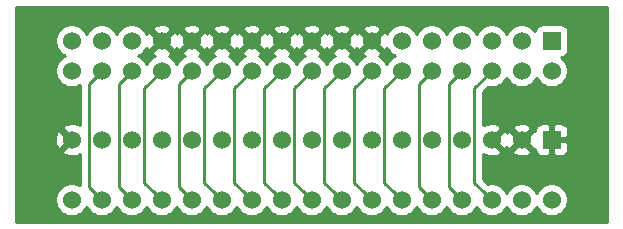
<source format=gbr>
G04 #@! TF.GenerationSoftware,KiCad,Pcbnew,(5.1.5-0-10_14)*
G04 #@! TF.CreationDate,2020-03-21T14:00:30+11:00*
G04 #@! TF.ProjectId,Internal 5.25 Adapter,496e7465-726e-4616-9c20-352e32352041,rev?*
G04 #@! TF.SameCoordinates,Original*
G04 #@! TF.FileFunction,Copper,L2,Bot*
G04 #@! TF.FilePolarity,Positive*
%FSLAX46Y46*%
G04 Gerber Fmt 4.6, Leading zero omitted, Abs format (unit mm)*
G04 Created by KiCad (PCBNEW (5.1.5-0-10_14)) date 2020-03-21 14:00:30*
%MOMM*%
%LPD*%
G04 APERTURE LIST*
%ADD10C,1.524000*%
%ADD11R,1.524000X1.524000*%
%ADD12C,0.250000*%
%ADD13C,0.254000*%
G04 APERTURE END LIST*
D10*
X57277000Y-44323000D03*
X59817000Y-44323000D03*
X62357000Y-44323000D03*
X64897000Y-44323000D03*
X67437000Y-44323000D03*
D11*
X92837000Y-44323000D03*
D10*
X90297000Y-44323000D03*
X87757000Y-44323000D03*
X85217000Y-44323000D03*
X82677000Y-44323000D03*
X80137000Y-44323000D03*
X77597000Y-44323000D03*
X75057000Y-44323000D03*
X72517000Y-44323000D03*
X69977000Y-44323000D03*
X57277000Y-49403000D03*
X59817000Y-49403000D03*
X62357000Y-49403000D03*
X64897000Y-49403000D03*
X67437000Y-49403000D03*
X69977000Y-49403000D03*
X72517000Y-49403000D03*
X75057000Y-49403000D03*
X77597000Y-49403000D03*
X80137000Y-49403000D03*
X82677000Y-49403000D03*
X85217000Y-49403000D03*
X87757000Y-49403000D03*
X90297000Y-49403000D03*
X92837000Y-49403000D03*
X54737000Y-44323000D03*
X54737000Y-49403000D03*
X52197000Y-49403000D03*
X52197000Y-44323000D03*
X52197000Y-38481000D03*
X52197000Y-35941000D03*
X54737000Y-38481000D03*
X54737000Y-35941000D03*
X57277000Y-38481000D03*
X57277000Y-35941000D03*
X59817000Y-38481000D03*
X59817000Y-35941000D03*
X64897000Y-38481000D03*
X64897000Y-35941000D03*
X67437000Y-38481000D03*
X67437000Y-35941000D03*
D11*
X92837000Y-35941000D03*
D10*
X90297000Y-35941000D03*
X87757000Y-35941000D03*
X85217000Y-35941000D03*
X82677000Y-35941000D03*
X80137000Y-35941000D03*
X77597000Y-35941000D03*
X75057000Y-35941000D03*
X72517000Y-35941000D03*
X69977000Y-35941000D03*
X69977000Y-38481000D03*
X72517000Y-38481000D03*
X75057000Y-38481000D03*
X77597000Y-38481000D03*
X80137000Y-38481000D03*
X82677000Y-38481000D03*
X85217000Y-38481000D03*
X87757000Y-38481000D03*
X90297000Y-38481000D03*
X92837000Y-38481000D03*
X62357000Y-35941000D03*
X62357000Y-38481000D03*
D12*
X53975001Y-48641001D02*
X54737000Y-49403000D01*
X53649999Y-48315999D02*
X53975001Y-48641001D01*
X53649999Y-39568001D02*
X53649999Y-48315999D01*
X54737000Y-38481000D02*
X53649999Y-39568001D01*
X56189999Y-48315999D02*
X56515001Y-48641001D01*
X56515001Y-48641001D02*
X57277000Y-49403000D01*
X56189999Y-39568001D02*
X56189999Y-48315999D01*
X57277000Y-38481000D02*
X56189999Y-39568001D01*
X58364001Y-47950001D02*
X59055001Y-48641001D01*
X58364001Y-39933999D02*
X58364001Y-47950001D01*
X59055001Y-48641001D02*
X59817000Y-49403000D01*
X59817000Y-38481000D02*
X58364001Y-39933999D01*
X61269999Y-48315999D02*
X61595001Y-48641001D01*
X61595001Y-48641001D02*
X62357000Y-49403000D01*
X61269999Y-39568001D02*
X61269999Y-48315999D01*
X62357000Y-38481000D02*
X61269999Y-39568001D01*
X64135001Y-48641001D02*
X64897000Y-49403000D01*
X63444001Y-47950001D02*
X64135001Y-48641001D01*
X63444001Y-39933999D02*
X63444001Y-47950001D01*
X64897000Y-38481000D02*
X63444001Y-39933999D01*
X66675001Y-48641001D02*
X67437000Y-49403000D01*
X65984001Y-47950001D02*
X66675001Y-48641001D01*
X65984001Y-39933999D02*
X65984001Y-47950001D01*
X67437000Y-38481000D02*
X65984001Y-39933999D01*
X68524001Y-47950001D02*
X69215001Y-48641001D01*
X68524001Y-39933999D02*
X68524001Y-47950001D01*
X69215001Y-48641001D02*
X69977000Y-49403000D01*
X69977000Y-38481000D02*
X68524001Y-39933999D01*
X71064001Y-47950001D02*
X71755001Y-48641001D01*
X71064001Y-39933999D02*
X71064001Y-47950001D01*
X71755001Y-48641001D02*
X72517000Y-49403000D01*
X72517000Y-38481000D02*
X71064001Y-39933999D01*
X74295001Y-48641001D02*
X75057000Y-49403000D01*
X73604001Y-47950001D02*
X74295001Y-48641001D01*
X73604001Y-39933999D02*
X73604001Y-47950001D01*
X75057000Y-38481000D02*
X73604001Y-39933999D01*
X76835001Y-48641001D02*
X77597000Y-49403000D01*
X76144001Y-47950001D02*
X76835001Y-48641001D01*
X76144001Y-39933999D02*
X76144001Y-47950001D01*
X77597000Y-38481000D02*
X76144001Y-39933999D01*
X81915001Y-48641001D02*
X82677000Y-49403000D01*
X81589999Y-48315999D02*
X81915001Y-48641001D01*
X81589999Y-39568001D02*
X81589999Y-48315999D01*
X82677000Y-38481000D02*
X81589999Y-39568001D01*
X84455001Y-48641001D02*
X85217000Y-49403000D01*
X84129999Y-48315999D02*
X84455001Y-48641001D01*
X84129999Y-39568001D02*
X84129999Y-48315999D01*
X85217000Y-38481000D02*
X84129999Y-39568001D01*
X79375001Y-48641001D02*
X80137000Y-49403000D01*
X78684001Y-47950001D02*
X79375001Y-48641001D01*
X78684001Y-39933999D02*
X78684001Y-47950001D01*
X80137000Y-38481000D02*
X78684001Y-39933999D01*
X86995001Y-48641001D02*
X87757000Y-49403000D01*
X86304001Y-47950001D02*
X86995001Y-48641001D01*
X86304001Y-39933999D02*
X86304001Y-47950001D01*
X87757000Y-38481000D02*
X86304001Y-39933999D01*
D13*
G36*
X97511001Y-51283000D02*
G01*
X47523000Y-51283000D01*
X47523000Y-44395017D01*
X50795090Y-44395017D01*
X50836078Y-44667133D01*
X50929364Y-44926023D01*
X50991344Y-45041980D01*
X51231435Y-45108960D01*
X52017395Y-44323000D01*
X51231435Y-43537040D01*
X50991344Y-43604020D01*
X50874244Y-43853048D01*
X50807977Y-44120135D01*
X50795090Y-44395017D01*
X47523000Y-44395017D01*
X47523000Y-35803408D01*
X50800000Y-35803408D01*
X50800000Y-36078592D01*
X50853686Y-36348490D01*
X50958995Y-36602727D01*
X51111880Y-36831535D01*
X51306465Y-37026120D01*
X51535273Y-37179005D01*
X51612515Y-37211000D01*
X51535273Y-37242995D01*
X51306465Y-37395880D01*
X51111880Y-37590465D01*
X50958995Y-37819273D01*
X50853686Y-38073510D01*
X50800000Y-38343408D01*
X50800000Y-38618592D01*
X50853686Y-38888490D01*
X50958995Y-39142727D01*
X51111880Y-39371535D01*
X51306465Y-39566120D01*
X51535273Y-39719005D01*
X51789510Y-39824314D01*
X52059408Y-39878000D01*
X52334592Y-39878000D01*
X52604490Y-39824314D01*
X52858727Y-39719005D01*
X52889999Y-39698110D01*
X52889999Y-43105127D01*
X52666952Y-43000244D01*
X52399865Y-42933977D01*
X52124983Y-42921090D01*
X51852867Y-42962078D01*
X51593977Y-43055364D01*
X51478020Y-43117344D01*
X51411040Y-43357435D01*
X52197000Y-44143395D01*
X52211143Y-44129253D01*
X52390748Y-44308858D01*
X52376605Y-44323000D01*
X52390748Y-44337143D01*
X52211143Y-44516748D01*
X52197000Y-44502605D01*
X51411040Y-45288565D01*
X51478020Y-45528656D01*
X51727048Y-45645756D01*
X51994135Y-45712023D01*
X52269017Y-45724910D01*
X52541133Y-45683922D01*
X52800023Y-45590636D01*
X52890000Y-45542543D01*
X52890000Y-48185891D01*
X52858727Y-48164995D01*
X52604490Y-48059686D01*
X52334592Y-48006000D01*
X52059408Y-48006000D01*
X51789510Y-48059686D01*
X51535273Y-48164995D01*
X51306465Y-48317880D01*
X51111880Y-48512465D01*
X50958995Y-48741273D01*
X50853686Y-48995510D01*
X50800000Y-49265408D01*
X50800000Y-49540592D01*
X50853686Y-49810490D01*
X50958995Y-50064727D01*
X51111880Y-50293535D01*
X51306465Y-50488120D01*
X51535273Y-50641005D01*
X51789510Y-50746314D01*
X52059408Y-50800000D01*
X52334592Y-50800000D01*
X52604490Y-50746314D01*
X52858727Y-50641005D01*
X53087535Y-50488120D01*
X53282120Y-50293535D01*
X53435005Y-50064727D01*
X53467000Y-49987485D01*
X53498995Y-50064727D01*
X53651880Y-50293535D01*
X53846465Y-50488120D01*
X54075273Y-50641005D01*
X54329510Y-50746314D01*
X54599408Y-50800000D01*
X54874592Y-50800000D01*
X55144490Y-50746314D01*
X55398727Y-50641005D01*
X55627535Y-50488120D01*
X55822120Y-50293535D01*
X55975005Y-50064727D01*
X56007000Y-49987485D01*
X56038995Y-50064727D01*
X56191880Y-50293535D01*
X56386465Y-50488120D01*
X56615273Y-50641005D01*
X56869510Y-50746314D01*
X57139408Y-50800000D01*
X57414592Y-50800000D01*
X57684490Y-50746314D01*
X57938727Y-50641005D01*
X58167535Y-50488120D01*
X58362120Y-50293535D01*
X58515005Y-50064727D01*
X58547000Y-49987485D01*
X58578995Y-50064727D01*
X58731880Y-50293535D01*
X58926465Y-50488120D01*
X59155273Y-50641005D01*
X59409510Y-50746314D01*
X59679408Y-50800000D01*
X59954592Y-50800000D01*
X60224490Y-50746314D01*
X60478727Y-50641005D01*
X60707535Y-50488120D01*
X60902120Y-50293535D01*
X61055005Y-50064727D01*
X61087000Y-49987485D01*
X61118995Y-50064727D01*
X61271880Y-50293535D01*
X61466465Y-50488120D01*
X61695273Y-50641005D01*
X61949510Y-50746314D01*
X62219408Y-50800000D01*
X62494592Y-50800000D01*
X62764490Y-50746314D01*
X63018727Y-50641005D01*
X63247535Y-50488120D01*
X63442120Y-50293535D01*
X63595005Y-50064727D01*
X63627000Y-49987485D01*
X63658995Y-50064727D01*
X63811880Y-50293535D01*
X64006465Y-50488120D01*
X64235273Y-50641005D01*
X64489510Y-50746314D01*
X64759408Y-50800000D01*
X65034592Y-50800000D01*
X65304490Y-50746314D01*
X65558727Y-50641005D01*
X65787535Y-50488120D01*
X65982120Y-50293535D01*
X66135005Y-50064727D01*
X66167000Y-49987485D01*
X66198995Y-50064727D01*
X66351880Y-50293535D01*
X66546465Y-50488120D01*
X66775273Y-50641005D01*
X67029510Y-50746314D01*
X67299408Y-50800000D01*
X67574592Y-50800000D01*
X67844490Y-50746314D01*
X68098727Y-50641005D01*
X68327535Y-50488120D01*
X68522120Y-50293535D01*
X68675005Y-50064727D01*
X68707000Y-49987485D01*
X68738995Y-50064727D01*
X68891880Y-50293535D01*
X69086465Y-50488120D01*
X69315273Y-50641005D01*
X69569510Y-50746314D01*
X69839408Y-50800000D01*
X70114592Y-50800000D01*
X70384490Y-50746314D01*
X70638727Y-50641005D01*
X70867535Y-50488120D01*
X71062120Y-50293535D01*
X71215005Y-50064727D01*
X71247000Y-49987485D01*
X71278995Y-50064727D01*
X71431880Y-50293535D01*
X71626465Y-50488120D01*
X71855273Y-50641005D01*
X72109510Y-50746314D01*
X72379408Y-50800000D01*
X72654592Y-50800000D01*
X72924490Y-50746314D01*
X73178727Y-50641005D01*
X73407535Y-50488120D01*
X73602120Y-50293535D01*
X73755005Y-50064727D01*
X73787000Y-49987485D01*
X73818995Y-50064727D01*
X73971880Y-50293535D01*
X74166465Y-50488120D01*
X74395273Y-50641005D01*
X74649510Y-50746314D01*
X74919408Y-50800000D01*
X75194592Y-50800000D01*
X75464490Y-50746314D01*
X75718727Y-50641005D01*
X75947535Y-50488120D01*
X76142120Y-50293535D01*
X76295005Y-50064727D01*
X76327000Y-49987485D01*
X76358995Y-50064727D01*
X76511880Y-50293535D01*
X76706465Y-50488120D01*
X76935273Y-50641005D01*
X77189510Y-50746314D01*
X77459408Y-50800000D01*
X77734592Y-50800000D01*
X78004490Y-50746314D01*
X78258727Y-50641005D01*
X78487535Y-50488120D01*
X78682120Y-50293535D01*
X78835005Y-50064727D01*
X78867000Y-49987485D01*
X78898995Y-50064727D01*
X79051880Y-50293535D01*
X79246465Y-50488120D01*
X79475273Y-50641005D01*
X79729510Y-50746314D01*
X79999408Y-50800000D01*
X80274592Y-50800000D01*
X80544490Y-50746314D01*
X80798727Y-50641005D01*
X81027535Y-50488120D01*
X81222120Y-50293535D01*
X81375005Y-50064727D01*
X81407000Y-49987485D01*
X81438995Y-50064727D01*
X81591880Y-50293535D01*
X81786465Y-50488120D01*
X82015273Y-50641005D01*
X82269510Y-50746314D01*
X82539408Y-50800000D01*
X82814592Y-50800000D01*
X83084490Y-50746314D01*
X83338727Y-50641005D01*
X83567535Y-50488120D01*
X83762120Y-50293535D01*
X83915005Y-50064727D01*
X83947000Y-49987485D01*
X83978995Y-50064727D01*
X84131880Y-50293535D01*
X84326465Y-50488120D01*
X84555273Y-50641005D01*
X84809510Y-50746314D01*
X85079408Y-50800000D01*
X85354592Y-50800000D01*
X85624490Y-50746314D01*
X85878727Y-50641005D01*
X86107535Y-50488120D01*
X86302120Y-50293535D01*
X86455005Y-50064727D01*
X86487000Y-49987485D01*
X86518995Y-50064727D01*
X86671880Y-50293535D01*
X86866465Y-50488120D01*
X87095273Y-50641005D01*
X87349510Y-50746314D01*
X87619408Y-50800000D01*
X87894592Y-50800000D01*
X88164490Y-50746314D01*
X88418727Y-50641005D01*
X88647535Y-50488120D01*
X88842120Y-50293535D01*
X88995005Y-50064727D01*
X89027000Y-49987485D01*
X89058995Y-50064727D01*
X89211880Y-50293535D01*
X89406465Y-50488120D01*
X89635273Y-50641005D01*
X89889510Y-50746314D01*
X90159408Y-50800000D01*
X90434592Y-50800000D01*
X90704490Y-50746314D01*
X90958727Y-50641005D01*
X91187535Y-50488120D01*
X91382120Y-50293535D01*
X91535005Y-50064727D01*
X91567000Y-49987485D01*
X91598995Y-50064727D01*
X91751880Y-50293535D01*
X91946465Y-50488120D01*
X92175273Y-50641005D01*
X92429510Y-50746314D01*
X92699408Y-50800000D01*
X92974592Y-50800000D01*
X93244490Y-50746314D01*
X93498727Y-50641005D01*
X93727535Y-50488120D01*
X93922120Y-50293535D01*
X94075005Y-50064727D01*
X94180314Y-49810490D01*
X94234000Y-49540592D01*
X94234000Y-49265408D01*
X94180314Y-48995510D01*
X94075005Y-48741273D01*
X93922120Y-48512465D01*
X93727535Y-48317880D01*
X93498727Y-48164995D01*
X93244490Y-48059686D01*
X92974592Y-48006000D01*
X92699408Y-48006000D01*
X92429510Y-48059686D01*
X92175273Y-48164995D01*
X91946465Y-48317880D01*
X91751880Y-48512465D01*
X91598995Y-48741273D01*
X91567000Y-48818515D01*
X91535005Y-48741273D01*
X91382120Y-48512465D01*
X91187535Y-48317880D01*
X90958727Y-48164995D01*
X90704490Y-48059686D01*
X90434592Y-48006000D01*
X90159408Y-48006000D01*
X89889510Y-48059686D01*
X89635273Y-48164995D01*
X89406465Y-48317880D01*
X89211880Y-48512465D01*
X89058995Y-48741273D01*
X89027000Y-48818515D01*
X88995005Y-48741273D01*
X88842120Y-48512465D01*
X88647535Y-48317880D01*
X88418727Y-48164995D01*
X88164490Y-48059686D01*
X87894592Y-48006000D01*
X87619408Y-48006000D01*
X87465430Y-48036628D01*
X87064001Y-47635200D01*
X87064001Y-45540873D01*
X87287048Y-45645756D01*
X87554135Y-45712023D01*
X87829017Y-45724910D01*
X88101133Y-45683922D01*
X88360023Y-45590636D01*
X88475980Y-45528656D01*
X88542960Y-45288565D01*
X89511040Y-45288565D01*
X89578020Y-45528656D01*
X89827048Y-45645756D01*
X90094135Y-45712023D01*
X90369017Y-45724910D01*
X90641133Y-45683922D01*
X90900023Y-45590636D01*
X91015980Y-45528656D01*
X91082960Y-45288565D01*
X90297000Y-44502605D01*
X89511040Y-45288565D01*
X88542960Y-45288565D01*
X87757000Y-44502605D01*
X87742858Y-44516748D01*
X87563253Y-44337143D01*
X87577395Y-44323000D01*
X87936605Y-44323000D01*
X88722565Y-45108960D01*
X88962656Y-45041980D01*
X89024079Y-44911356D01*
X89029364Y-44926023D01*
X89091344Y-45041980D01*
X89331435Y-45108960D01*
X90117395Y-44323000D01*
X90476605Y-44323000D01*
X91262565Y-45108960D01*
X91437088Y-45060272D01*
X91436928Y-45085000D01*
X91449188Y-45209482D01*
X91485498Y-45329180D01*
X91544463Y-45439494D01*
X91623815Y-45536185D01*
X91720506Y-45615537D01*
X91830820Y-45674502D01*
X91950518Y-45710812D01*
X92075000Y-45723072D01*
X92551250Y-45720000D01*
X92710000Y-45561250D01*
X92710000Y-44450000D01*
X92964000Y-44450000D01*
X92964000Y-45561250D01*
X93122750Y-45720000D01*
X93599000Y-45723072D01*
X93723482Y-45710812D01*
X93843180Y-45674502D01*
X93953494Y-45615537D01*
X94050185Y-45536185D01*
X94129537Y-45439494D01*
X94188502Y-45329180D01*
X94224812Y-45209482D01*
X94237072Y-45085000D01*
X94234000Y-44608750D01*
X94075250Y-44450000D01*
X92964000Y-44450000D01*
X92710000Y-44450000D01*
X92690000Y-44450000D01*
X92690000Y-44196000D01*
X92710000Y-44196000D01*
X92710000Y-43084750D01*
X92964000Y-43084750D01*
X92964000Y-44196000D01*
X94075250Y-44196000D01*
X94234000Y-44037250D01*
X94237072Y-43561000D01*
X94224812Y-43436518D01*
X94188502Y-43316820D01*
X94129537Y-43206506D01*
X94050185Y-43109815D01*
X93953494Y-43030463D01*
X93843180Y-42971498D01*
X93723482Y-42935188D01*
X93599000Y-42922928D01*
X93122750Y-42926000D01*
X92964000Y-43084750D01*
X92710000Y-43084750D01*
X92551250Y-42926000D01*
X92075000Y-42922928D01*
X91950518Y-42935188D01*
X91830820Y-42971498D01*
X91720506Y-43030463D01*
X91623815Y-43109815D01*
X91544463Y-43206506D01*
X91485498Y-43316820D01*
X91449188Y-43436518D01*
X91436928Y-43561000D01*
X91437088Y-43585728D01*
X91262565Y-43537040D01*
X90476605Y-44323000D01*
X90117395Y-44323000D01*
X89331435Y-43537040D01*
X89091344Y-43604020D01*
X89029921Y-43734644D01*
X89024636Y-43719977D01*
X88962656Y-43604020D01*
X88722565Y-43537040D01*
X87936605Y-44323000D01*
X87577395Y-44323000D01*
X87563253Y-44308858D01*
X87742858Y-44129253D01*
X87757000Y-44143395D01*
X88542960Y-43357435D01*
X89511040Y-43357435D01*
X90297000Y-44143395D01*
X91082960Y-43357435D01*
X91015980Y-43117344D01*
X90766952Y-43000244D01*
X90499865Y-42933977D01*
X90224983Y-42921090D01*
X89952867Y-42962078D01*
X89693977Y-43055364D01*
X89578020Y-43117344D01*
X89511040Y-43357435D01*
X88542960Y-43357435D01*
X88475980Y-43117344D01*
X88226952Y-43000244D01*
X87959865Y-42933977D01*
X87684983Y-42921090D01*
X87412867Y-42962078D01*
X87153977Y-43055364D01*
X87064001Y-43103457D01*
X87064001Y-40248800D01*
X87465430Y-39847372D01*
X87619408Y-39878000D01*
X87894592Y-39878000D01*
X88164490Y-39824314D01*
X88418727Y-39719005D01*
X88647535Y-39566120D01*
X88842120Y-39371535D01*
X88995005Y-39142727D01*
X89027000Y-39065485D01*
X89058995Y-39142727D01*
X89211880Y-39371535D01*
X89406465Y-39566120D01*
X89635273Y-39719005D01*
X89889510Y-39824314D01*
X90159408Y-39878000D01*
X90434592Y-39878000D01*
X90704490Y-39824314D01*
X90958727Y-39719005D01*
X91187535Y-39566120D01*
X91382120Y-39371535D01*
X91535005Y-39142727D01*
X91567000Y-39065485D01*
X91598995Y-39142727D01*
X91751880Y-39371535D01*
X91946465Y-39566120D01*
X92175273Y-39719005D01*
X92429510Y-39824314D01*
X92699408Y-39878000D01*
X92974592Y-39878000D01*
X93244490Y-39824314D01*
X93498727Y-39719005D01*
X93727535Y-39566120D01*
X93922120Y-39371535D01*
X94075005Y-39142727D01*
X94180314Y-38888490D01*
X94234000Y-38618592D01*
X94234000Y-38343408D01*
X94180314Y-38073510D01*
X94075005Y-37819273D01*
X93922120Y-37590465D01*
X93727535Y-37395880D01*
X93639535Y-37337080D01*
X93723482Y-37328812D01*
X93843180Y-37292502D01*
X93953494Y-37233537D01*
X94050185Y-37154185D01*
X94129537Y-37057494D01*
X94188502Y-36947180D01*
X94224812Y-36827482D01*
X94237072Y-36703000D01*
X94237072Y-35179000D01*
X94224812Y-35054518D01*
X94188502Y-34934820D01*
X94129537Y-34824506D01*
X94050185Y-34727815D01*
X93953494Y-34648463D01*
X93843180Y-34589498D01*
X93723482Y-34553188D01*
X93599000Y-34540928D01*
X92075000Y-34540928D01*
X91950518Y-34553188D01*
X91830820Y-34589498D01*
X91720506Y-34648463D01*
X91623815Y-34727815D01*
X91544463Y-34824506D01*
X91485498Y-34934820D01*
X91449188Y-35054518D01*
X91440920Y-35138465D01*
X91382120Y-35050465D01*
X91187535Y-34855880D01*
X90958727Y-34702995D01*
X90704490Y-34597686D01*
X90434592Y-34544000D01*
X90159408Y-34544000D01*
X89889510Y-34597686D01*
X89635273Y-34702995D01*
X89406465Y-34855880D01*
X89211880Y-35050465D01*
X89058995Y-35279273D01*
X89027000Y-35356515D01*
X88995005Y-35279273D01*
X88842120Y-35050465D01*
X88647535Y-34855880D01*
X88418727Y-34702995D01*
X88164490Y-34597686D01*
X87894592Y-34544000D01*
X87619408Y-34544000D01*
X87349510Y-34597686D01*
X87095273Y-34702995D01*
X86866465Y-34855880D01*
X86671880Y-35050465D01*
X86518995Y-35279273D01*
X86487000Y-35356515D01*
X86455005Y-35279273D01*
X86302120Y-35050465D01*
X86107535Y-34855880D01*
X85878727Y-34702995D01*
X85624490Y-34597686D01*
X85354592Y-34544000D01*
X85079408Y-34544000D01*
X84809510Y-34597686D01*
X84555273Y-34702995D01*
X84326465Y-34855880D01*
X84131880Y-35050465D01*
X83978995Y-35279273D01*
X83947000Y-35356515D01*
X83915005Y-35279273D01*
X83762120Y-35050465D01*
X83567535Y-34855880D01*
X83338727Y-34702995D01*
X83084490Y-34597686D01*
X82814592Y-34544000D01*
X82539408Y-34544000D01*
X82269510Y-34597686D01*
X82015273Y-34702995D01*
X81786465Y-34855880D01*
X81591880Y-35050465D01*
X81438995Y-35279273D01*
X81407000Y-35356515D01*
X81375005Y-35279273D01*
X81222120Y-35050465D01*
X81027535Y-34855880D01*
X80798727Y-34702995D01*
X80544490Y-34597686D01*
X80274592Y-34544000D01*
X79999408Y-34544000D01*
X79729510Y-34597686D01*
X79475273Y-34702995D01*
X79246465Y-34855880D01*
X79051880Y-35050465D01*
X78898995Y-35279273D01*
X78869308Y-35350943D01*
X78864636Y-35337977D01*
X78802656Y-35222020D01*
X78562565Y-35155040D01*
X77776605Y-35941000D01*
X78562565Y-36726960D01*
X78802656Y-36659980D01*
X78866485Y-36524240D01*
X78898995Y-36602727D01*
X79051880Y-36831535D01*
X79246465Y-37026120D01*
X79475273Y-37179005D01*
X79552515Y-37211000D01*
X79475273Y-37242995D01*
X79246465Y-37395880D01*
X79051880Y-37590465D01*
X78898995Y-37819273D01*
X78867000Y-37896515D01*
X78835005Y-37819273D01*
X78682120Y-37590465D01*
X78487535Y-37395880D01*
X78258727Y-37242995D01*
X78187057Y-37213308D01*
X78200023Y-37208636D01*
X78315980Y-37146656D01*
X78382960Y-36906565D01*
X77597000Y-36120605D01*
X76811040Y-36906565D01*
X76878020Y-37146656D01*
X77013760Y-37210485D01*
X76935273Y-37242995D01*
X76706465Y-37395880D01*
X76511880Y-37590465D01*
X76358995Y-37819273D01*
X76327000Y-37896515D01*
X76295005Y-37819273D01*
X76142120Y-37590465D01*
X75947535Y-37395880D01*
X75718727Y-37242995D01*
X75647057Y-37213308D01*
X75660023Y-37208636D01*
X75775980Y-37146656D01*
X75842960Y-36906565D01*
X75057000Y-36120605D01*
X74271040Y-36906565D01*
X74338020Y-37146656D01*
X74473760Y-37210485D01*
X74395273Y-37242995D01*
X74166465Y-37395880D01*
X73971880Y-37590465D01*
X73818995Y-37819273D01*
X73787000Y-37896515D01*
X73755005Y-37819273D01*
X73602120Y-37590465D01*
X73407535Y-37395880D01*
X73178727Y-37242995D01*
X73107057Y-37213308D01*
X73120023Y-37208636D01*
X73235980Y-37146656D01*
X73302960Y-36906565D01*
X72517000Y-36120605D01*
X71731040Y-36906565D01*
X71798020Y-37146656D01*
X71933760Y-37210485D01*
X71855273Y-37242995D01*
X71626465Y-37395880D01*
X71431880Y-37590465D01*
X71278995Y-37819273D01*
X71247000Y-37896515D01*
X71215005Y-37819273D01*
X71062120Y-37590465D01*
X70867535Y-37395880D01*
X70638727Y-37242995D01*
X70567057Y-37213308D01*
X70580023Y-37208636D01*
X70695980Y-37146656D01*
X70762960Y-36906565D01*
X69977000Y-36120605D01*
X69191040Y-36906565D01*
X69258020Y-37146656D01*
X69393760Y-37210485D01*
X69315273Y-37242995D01*
X69086465Y-37395880D01*
X68891880Y-37590465D01*
X68738995Y-37819273D01*
X68707000Y-37896515D01*
X68675005Y-37819273D01*
X68522120Y-37590465D01*
X68327535Y-37395880D01*
X68098727Y-37242995D01*
X68027057Y-37213308D01*
X68040023Y-37208636D01*
X68155980Y-37146656D01*
X68222960Y-36906565D01*
X67437000Y-36120605D01*
X66651040Y-36906565D01*
X66718020Y-37146656D01*
X66853760Y-37210485D01*
X66775273Y-37242995D01*
X66546465Y-37395880D01*
X66351880Y-37590465D01*
X66198995Y-37819273D01*
X66167000Y-37896515D01*
X66135005Y-37819273D01*
X65982120Y-37590465D01*
X65787535Y-37395880D01*
X65558727Y-37242995D01*
X65487057Y-37213308D01*
X65500023Y-37208636D01*
X65615980Y-37146656D01*
X65682960Y-36906565D01*
X64897000Y-36120605D01*
X64111040Y-36906565D01*
X64178020Y-37146656D01*
X64313760Y-37210485D01*
X64235273Y-37242995D01*
X64006465Y-37395880D01*
X63811880Y-37590465D01*
X63658995Y-37819273D01*
X63627000Y-37896515D01*
X63595005Y-37819273D01*
X63442120Y-37590465D01*
X63247535Y-37395880D01*
X63018727Y-37242995D01*
X62947057Y-37213308D01*
X62960023Y-37208636D01*
X63075980Y-37146656D01*
X63142960Y-36906565D01*
X62357000Y-36120605D01*
X61571040Y-36906565D01*
X61638020Y-37146656D01*
X61773760Y-37210485D01*
X61695273Y-37242995D01*
X61466465Y-37395880D01*
X61271880Y-37590465D01*
X61118995Y-37819273D01*
X61087000Y-37896515D01*
X61055005Y-37819273D01*
X60902120Y-37590465D01*
X60707535Y-37395880D01*
X60478727Y-37242995D01*
X60407057Y-37213308D01*
X60420023Y-37208636D01*
X60535980Y-37146656D01*
X60602960Y-36906565D01*
X59817000Y-36120605D01*
X59031040Y-36906565D01*
X59098020Y-37146656D01*
X59233760Y-37210485D01*
X59155273Y-37242995D01*
X58926465Y-37395880D01*
X58731880Y-37590465D01*
X58578995Y-37819273D01*
X58547000Y-37896515D01*
X58515005Y-37819273D01*
X58362120Y-37590465D01*
X58167535Y-37395880D01*
X57938727Y-37242995D01*
X57861485Y-37211000D01*
X57938727Y-37179005D01*
X58167535Y-37026120D01*
X58362120Y-36831535D01*
X58515005Y-36602727D01*
X58544692Y-36531057D01*
X58549364Y-36544023D01*
X58611344Y-36659980D01*
X58851435Y-36726960D01*
X59637395Y-35941000D01*
X59996605Y-35941000D01*
X60782565Y-36726960D01*
X61022656Y-36659980D01*
X61084079Y-36529356D01*
X61089364Y-36544023D01*
X61151344Y-36659980D01*
X61391435Y-36726960D01*
X62177395Y-35941000D01*
X62536605Y-35941000D01*
X63322565Y-36726960D01*
X63562656Y-36659980D01*
X63624079Y-36529356D01*
X63629364Y-36544023D01*
X63691344Y-36659980D01*
X63931435Y-36726960D01*
X64717395Y-35941000D01*
X65076605Y-35941000D01*
X65862565Y-36726960D01*
X66102656Y-36659980D01*
X66164079Y-36529356D01*
X66169364Y-36544023D01*
X66231344Y-36659980D01*
X66471435Y-36726960D01*
X67257395Y-35941000D01*
X67616605Y-35941000D01*
X68402565Y-36726960D01*
X68642656Y-36659980D01*
X68704079Y-36529356D01*
X68709364Y-36544023D01*
X68771344Y-36659980D01*
X69011435Y-36726960D01*
X69797395Y-35941000D01*
X70156605Y-35941000D01*
X70942565Y-36726960D01*
X71182656Y-36659980D01*
X71244079Y-36529356D01*
X71249364Y-36544023D01*
X71311344Y-36659980D01*
X71551435Y-36726960D01*
X72337395Y-35941000D01*
X72696605Y-35941000D01*
X73482565Y-36726960D01*
X73722656Y-36659980D01*
X73784079Y-36529356D01*
X73789364Y-36544023D01*
X73851344Y-36659980D01*
X74091435Y-36726960D01*
X74877395Y-35941000D01*
X75236605Y-35941000D01*
X76022565Y-36726960D01*
X76262656Y-36659980D01*
X76324079Y-36529356D01*
X76329364Y-36544023D01*
X76391344Y-36659980D01*
X76631435Y-36726960D01*
X77417395Y-35941000D01*
X76631435Y-35155040D01*
X76391344Y-35222020D01*
X76329921Y-35352644D01*
X76324636Y-35337977D01*
X76262656Y-35222020D01*
X76022565Y-35155040D01*
X75236605Y-35941000D01*
X74877395Y-35941000D01*
X74091435Y-35155040D01*
X73851344Y-35222020D01*
X73789921Y-35352644D01*
X73784636Y-35337977D01*
X73722656Y-35222020D01*
X73482565Y-35155040D01*
X72696605Y-35941000D01*
X72337395Y-35941000D01*
X71551435Y-35155040D01*
X71311344Y-35222020D01*
X71249921Y-35352644D01*
X71244636Y-35337977D01*
X71182656Y-35222020D01*
X70942565Y-35155040D01*
X70156605Y-35941000D01*
X69797395Y-35941000D01*
X69011435Y-35155040D01*
X68771344Y-35222020D01*
X68709921Y-35352644D01*
X68704636Y-35337977D01*
X68642656Y-35222020D01*
X68402565Y-35155040D01*
X67616605Y-35941000D01*
X67257395Y-35941000D01*
X66471435Y-35155040D01*
X66231344Y-35222020D01*
X66169921Y-35352644D01*
X66164636Y-35337977D01*
X66102656Y-35222020D01*
X65862565Y-35155040D01*
X65076605Y-35941000D01*
X64717395Y-35941000D01*
X63931435Y-35155040D01*
X63691344Y-35222020D01*
X63629921Y-35352644D01*
X63624636Y-35337977D01*
X63562656Y-35222020D01*
X63322565Y-35155040D01*
X62536605Y-35941000D01*
X62177395Y-35941000D01*
X61391435Y-35155040D01*
X61151344Y-35222020D01*
X61089921Y-35352644D01*
X61084636Y-35337977D01*
X61022656Y-35222020D01*
X60782565Y-35155040D01*
X59996605Y-35941000D01*
X59637395Y-35941000D01*
X58851435Y-35155040D01*
X58611344Y-35222020D01*
X58547515Y-35357760D01*
X58515005Y-35279273D01*
X58362120Y-35050465D01*
X58287090Y-34975435D01*
X59031040Y-34975435D01*
X59817000Y-35761395D01*
X60602960Y-34975435D01*
X61571040Y-34975435D01*
X62357000Y-35761395D01*
X63142960Y-34975435D01*
X64111040Y-34975435D01*
X64897000Y-35761395D01*
X65682960Y-34975435D01*
X66651040Y-34975435D01*
X67437000Y-35761395D01*
X68222960Y-34975435D01*
X69191040Y-34975435D01*
X69977000Y-35761395D01*
X70762960Y-34975435D01*
X71731040Y-34975435D01*
X72517000Y-35761395D01*
X73302960Y-34975435D01*
X74271040Y-34975435D01*
X75057000Y-35761395D01*
X75842960Y-34975435D01*
X76811040Y-34975435D01*
X77597000Y-35761395D01*
X78382960Y-34975435D01*
X78315980Y-34735344D01*
X78066952Y-34618244D01*
X77799865Y-34551977D01*
X77524983Y-34539090D01*
X77252867Y-34580078D01*
X76993977Y-34673364D01*
X76878020Y-34735344D01*
X76811040Y-34975435D01*
X75842960Y-34975435D01*
X75775980Y-34735344D01*
X75526952Y-34618244D01*
X75259865Y-34551977D01*
X74984983Y-34539090D01*
X74712867Y-34580078D01*
X74453977Y-34673364D01*
X74338020Y-34735344D01*
X74271040Y-34975435D01*
X73302960Y-34975435D01*
X73235980Y-34735344D01*
X72986952Y-34618244D01*
X72719865Y-34551977D01*
X72444983Y-34539090D01*
X72172867Y-34580078D01*
X71913977Y-34673364D01*
X71798020Y-34735344D01*
X71731040Y-34975435D01*
X70762960Y-34975435D01*
X70695980Y-34735344D01*
X70446952Y-34618244D01*
X70179865Y-34551977D01*
X69904983Y-34539090D01*
X69632867Y-34580078D01*
X69373977Y-34673364D01*
X69258020Y-34735344D01*
X69191040Y-34975435D01*
X68222960Y-34975435D01*
X68155980Y-34735344D01*
X67906952Y-34618244D01*
X67639865Y-34551977D01*
X67364983Y-34539090D01*
X67092867Y-34580078D01*
X66833977Y-34673364D01*
X66718020Y-34735344D01*
X66651040Y-34975435D01*
X65682960Y-34975435D01*
X65615980Y-34735344D01*
X65366952Y-34618244D01*
X65099865Y-34551977D01*
X64824983Y-34539090D01*
X64552867Y-34580078D01*
X64293977Y-34673364D01*
X64178020Y-34735344D01*
X64111040Y-34975435D01*
X63142960Y-34975435D01*
X63075980Y-34735344D01*
X62826952Y-34618244D01*
X62559865Y-34551977D01*
X62284983Y-34539090D01*
X62012867Y-34580078D01*
X61753977Y-34673364D01*
X61638020Y-34735344D01*
X61571040Y-34975435D01*
X60602960Y-34975435D01*
X60535980Y-34735344D01*
X60286952Y-34618244D01*
X60019865Y-34551977D01*
X59744983Y-34539090D01*
X59472867Y-34580078D01*
X59213977Y-34673364D01*
X59098020Y-34735344D01*
X59031040Y-34975435D01*
X58287090Y-34975435D01*
X58167535Y-34855880D01*
X57938727Y-34702995D01*
X57684490Y-34597686D01*
X57414592Y-34544000D01*
X57139408Y-34544000D01*
X56869510Y-34597686D01*
X56615273Y-34702995D01*
X56386465Y-34855880D01*
X56191880Y-35050465D01*
X56038995Y-35279273D01*
X56007000Y-35356515D01*
X55975005Y-35279273D01*
X55822120Y-35050465D01*
X55627535Y-34855880D01*
X55398727Y-34702995D01*
X55144490Y-34597686D01*
X54874592Y-34544000D01*
X54599408Y-34544000D01*
X54329510Y-34597686D01*
X54075273Y-34702995D01*
X53846465Y-34855880D01*
X53651880Y-35050465D01*
X53498995Y-35279273D01*
X53467000Y-35356515D01*
X53435005Y-35279273D01*
X53282120Y-35050465D01*
X53087535Y-34855880D01*
X52858727Y-34702995D01*
X52604490Y-34597686D01*
X52334592Y-34544000D01*
X52059408Y-34544000D01*
X51789510Y-34597686D01*
X51535273Y-34702995D01*
X51306465Y-34855880D01*
X51111880Y-35050465D01*
X50958995Y-35279273D01*
X50853686Y-35533510D01*
X50800000Y-35803408D01*
X47523000Y-35803408D01*
X47523000Y-33045000D01*
X97511000Y-33045000D01*
X97511001Y-51283000D01*
G37*
X97511001Y-51283000D02*
X47523000Y-51283000D01*
X47523000Y-44395017D01*
X50795090Y-44395017D01*
X50836078Y-44667133D01*
X50929364Y-44926023D01*
X50991344Y-45041980D01*
X51231435Y-45108960D01*
X52017395Y-44323000D01*
X51231435Y-43537040D01*
X50991344Y-43604020D01*
X50874244Y-43853048D01*
X50807977Y-44120135D01*
X50795090Y-44395017D01*
X47523000Y-44395017D01*
X47523000Y-35803408D01*
X50800000Y-35803408D01*
X50800000Y-36078592D01*
X50853686Y-36348490D01*
X50958995Y-36602727D01*
X51111880Y-36831535D01*
X51306465Y-37026120D01*
X51535273Y-37179005D01*
X51612515Y-37211000D01*
X51535273Y-37242995D01*
X51306465Y-37395880D01*
X51111880Y-37590465D01*
X50958995Y-37819273D01*
X50853686Y-38073510D01*
X50800000Y-38343408D01*
X50800000Y-38618592D01*
X50853686Y-38888490D01*
X50958995Y-39142727D01*
X51111880Y-39371535D01*
X51306465Y-39566120D01*
X51535273Y-39719005D01*
X51789510Y-39824314D01*
X52059408Y-39878000D01*
X52334592Y-39878000D01*
X52604490Y-39824314D01*
X52858727Y-39719005D01*
X52889999Y-39698110D01*
X52889999Y-43105127D01*
X52666952Y-43000244D01*
X52399865Y-42933977D01*
X52124983Y-42921090D01*
X51852867Y-42962078D01*
X51593977Y-43055364D01*
X51478020Y-43117344D01*
X51411040Y-43357435D01*
X52197000Y-44143395D01*
X52211143Y-44129253D01*
X52390748Y-44308858D01*
X52376605Y-44323000D01*
X52390748Y-44337143D01*
X52211143Y-44516748D01*
X52197000Y-44502605D01*
X51411040Y-45288565D01*
X51478020Y-45528656D01*
X51727048Y-45645756D01*
X51994135Y-45712023D01*
X52269017Y-45724910D01*
X52541133Y-45683922D01*
X52800023Y-45590636D01*
X52890000Y-45542543D01*
X52890000Y-48185891D01*
X52858727Y-48164995D01*
X52604490Y-48059686D01*
X52334592Y-48006000D01*
X52059408Y-48006000D01*
X51789510Y-48059686D01*
X51535273Y-48164995D01*
X51306465Y-48317880D01*
X51111880Y-48512465D01*
X50958995Y-48741273D01*
X50853686Y-48995510D01*
X50800000Y-49265408D01*
X50800000Y-49540592D01*
X50853686Y-49810490D01*
X50958995Y-50064727D01*
X51111880Y-50293535D01*
X51306465Y-50488120D01*
X51535273Y-50641005D01*
X51789510Y-50746314D01*
X52059408Y-50800000D01*
X52334592Y-50800000D01*
X52604490Y-50746314D01*
X52858727Y-50641005D01*
X53087535Y-50488120D01*
X53282120Y-50293535D01*
X53435005Y-50064727D01*
X53467000Y-49987485D01*
X53498995Y-50064727D01*
X53651880Y-50293535D01*
X53846465Y-50488120D01*
X54075273Y-50641005D01*
X54329510Y-50746314D01*
X54599408Y-50800000D01*
X54874592Y-50800000D01*
X55144490Y-50746314D01*
X55398727Y-50641005D01*
X55627535Y-50488120D01*
X55822120Y-50293535D01*
X55975005Y-50064727D01*
X56007000Y-49987485D01*
X56038995Y-50064727D01*
X56191880Y-50293535D01*
X56386465Y-50488120D01*
X56615273Y-50641005D01*
X56869510Y-50746314D01*
X57139408Y-50800000D01*
X57414592Y-50800000D01*
X57684490Y-50746314D01*
X57938727Y-50641005D01*
X58167535Y-50488120D01*
X58362120Y-50293535D01*
X58515005Y-50064727D01*
X58547000Y-49987485D01*
X58578995Y-50064727D01*
X58731880Y-50293535D01*
X58926465Y-50488120D01*
X59155273Y-50641005D01*
X59409510Y-50746314D01*
X59679408Y-50800000D01*
X59954592Y-50800000D01*
X60224490Y-50746314D01*
X60478727Y-50641005D01*
X60707535Y-50488120D01*
X60902120Y-50293535D01*
X61055005Y-50064727D01*
X61087000Y-49987485D01*
X61118995Y-50064727D01*
X61271880Y-50293535D01*
X61466465Y-50488120D01*
X61695273Y-50641005D01*
X61949510Y-50746314D01*
X62219408Y-50800000D01*
X62494592Y-50800000D01*
X62764490Y-50746314D01*
X63018727Y-50641005D01*
X63247535Y-50488120D01*
X63442120Y-50293535D01*
X63595005Y-50064727D01*
X63627000Y-49987485D01*
X63658995Y-50064727D01*
X63811880Y-50293535D01*
X64006465Y-50488120D01*
X64235273Y-50641005D01*
X64489510Y-50746314D01*
X64759408Y-50800000D01*
X65034592Y-50800000D01*
X65304490Y-50746314D01*
X65558727Y-50641005D01*
X65787535Y-50488120D01*
X65982120Y-50293535D01*
X66135005Y-50064727D01*
X66167000Y-49987485D01*
X66198995Y-50064727D01*
X66351880Y-50293535D01*
X66546465Y-50488120D01*
X66775273Y-50641005D01*
X67029510Y-50746314D01*
X67299408Y-50800000D01*
X67574592Y-50800000D01*
X67844490Y-50746314D01*
X68098727Y-50641005D01*
X68327535Y-50488120D01*
X68522120Y-50293535D01*
X68675005Y-50064727D01*
X68707000Y-49987485D01*
X68738995Y-50064727D01*
X68891880Y-50293535D01*
X69086465Y-50488120D01*
X69315273Y-50641005D01*
X69569510Y-50746314D01*
X69839408Y-50800000D01*
X70114592Y-50800000D01*
X70384490Y-50746314D01*
X70638727Y-50641005D01*
X70867535Y-50488120D01*
X71062120Y-50293535D01*
X71215005Y-50064727D01*
X71247000Y-49987485D01*
X71278995Y-50064727D01*
X71431880Y-50293535D01*
X71626465Y-50488120D01*
X71855273Y-50641005D01*
X72109510Y-50746314D01*
X72379408Y-50800000D01*
X72654592Y-50800000D01*
X72924490Y-50746314D01*
X73178727Y-50641005D01*
X73407535Y-50488120D01*
X73602120Y-50293535D01*
X73755005Y-50064727D01*
X73787000Y-49987485D01*
X73818995Y-50064727D01*
X73971880Y-50293535D01*
X74166465Y-50488120D01*
X74395273Y-50641005D01*
X74649510Y-50746314D01*
X74919408Y-50800000D01*
X75194592Y-50800000D01*
X75464490Y-50746314D01*
X75718727Y-50641005D01*
X75947535Y-50488120D01*
X76142120Y-50293535D01*
X76295005Y-50064727D01*
X76327000Y-49987485D01*
X76358995Y-50064727D01*
X76511880Y-50293535D01*
X76706465Y-50488120D01*
X76935273Y-50641005D01*
X77189510Y-50746314D01*
X77459408Y-50800000D01*
X77734592Y-50800000D01*
X78004490Y-50746314D01*
X78258727Y-50641005D01*
X78487535Y-50488120D01*
X78682120Y-50293535D01*
X78835005Y-50064727D01*
X78867000Y-49987485D01*
X78898995Y-50064727D01*
X79051880Y-50293535D01*
X79246465Y-50488120D01*
X79475273Y-50641005D01*
X79729510Y-50746314D01*
X79999408Y-50800000D01*
X80274592Y-50800000D01*
X80544490Y-50746314D01*
X80798727Y-50641005D01*
X81027535Y-50488120D01*
X81222120Y-50293535D01*
X81375005Y-50064727D01*
X81407000Y-49987485D01*
X81438995Y-50064727D01*
X81591880Y-50293535D01*
X81786465Y-50488120D01*
X82015273Y-50641005D01*
X82269510Y-50746314D01*
X82539408Y-50800000D01*
X82814592Y-50800000D01*
X83084490Y-50746314D01*
X83338727Y-50641005D01*
X83567535Y-50488120D01*
X83762120Y-50293535D01*
X83915005Y-50064727D01*
X83947000Y-49987485D01*
X83978995Y-50064727D01*
X84131880Y-50293535D01*
X84326465Y-50488120D01*
X84555273Y-50641005D01*
X84809510Y-50746314D01*
X85079408Y-50800000D01*
X85354592Y-50800000D01*
X85624490Y-50746314D01*
X85878727Y-50641005D01*
X86107535Y-50488120D01*
X86302120Y-50293535D01*
X86455005Y-50064727D01*
X86487000Y-49987485D01*
X86518995Y-50064727D01*
X86671880Y-50293535D01*
X86866465Y-50488120D01*
X87095273Y-50641005D01*
X87349510Y-50746314D01*
X87619408Y-50800000D01*
X87894592Y-50800000D01*
X88164490Y-50746314D01*
X88418727Y-50641005D01*
X88647535Y-50488120D01*
X88842120Y-50293535D01*
X88995005Y-50064727D01*
X89027000Y-49987485D01*
X89058995Y-50064727D01*
X89211880Y-50293535D01*
X89406465Y-50488120D01*
X89635273Y-50641005D01*
X89889510Y-50746314D01*
X90159408Y-50800000D01*
X90434592Y-50800000D01*
X90704490Y-50746314D01*
X90958727Y-50641005D01*
X91187535Y-50488120D01*
X91382120Y-50293535D01*
X91535005Y-50064727D01*
X91567000Y-49987485D01*
X91598995Y-50064727D01*
X91751880Y-50293535D01*
X91946465Y-50488120D01*
X92175273Y-50641005D01*
X92429510Y-50746314D01*
X92699408Y-50800000D01*
X92974592Y-50800000D01*
X93244490Y-50746314D01*
X93498727Y-50641005D01*
X93727535Y-50488120D01*
X93922120Y-50293535D01*
X94075005Y-50064727D01*
X94180314Y-49810490D01*
X94234000Y-49540592D01*
X94234000Y-49265408D01*
X94180314Y-48995510D01*
X94075005Y-48741273D01*
X93922120Y-48512465D01*
X93727535Y-48317880D01*
X93498727Y-48164995D01*
X93244490Y-48059686D01*
X92974592Y-48006000D01*
X92699408Y-48006000D01*
X92429510Y-48059686D01*
X92175273Y-48164995D01*
X91946465Y-48317880D01*
X91751880Y-48512465D01*
X91598995Y-48741273D01*
X91567000Y-48818515D01*
X91535005Y-48741273D01*
X91382120Y-48512465D01*
X91187535Y-48317880D01*
X90958727Y-48164995D01*
X90704490Y-48059686D01*
X90434592Y-48006000D01*
X90159408Y-48006000D01*
X89889510Y-48059686D01*
X89635273Y-48164995D01*
X89406465Y-48317880D01*
X89211880Y-48512465D01*
X89058995Y-48741273D01*
X89027000Y-48818515D01*
X88995005Y-48741273D01*
X88842120Y-48512465D01*
X88647535Y-48317880D01*
X88418727Y-48164995D01*
X88164490Y-48059686D01*
X87894592Y-48006000D01*
X87619408Y-48006000D01*
X87465430Y-48036628D01*
X87064001Y-47635200D01*
X87064001Y-45540873D01*
X87287048Y-45645756D01*
X87554135Y-45712023D01*
X87829017Y-45724910D01*
X88101133Y-45683922D01*
X88360023Y-45590636D01*
X88475980Y-45528656D01*
X88542960Y-45288565D01*
X89511040Y-45288565D01*
X89578020Y-45528656D01*
X89827048Y-45645756D01*
X90094135Y-45712023D01*
X90369017Y-45724910D01*
X90641133Y-45683922D01*
X90900023Y-45590636D01*
X91015980Y-45528656D01*
X91082960Y-45288565D01*
X90297000Y-44502605D01*
X89511040Y-45288565D01*
X88542960Y-45288565D01*
X87757000Y-44502605D01*
X87742858Y-44516748D01*
X87563253Y-44337143D01*
X87577395Y-44323000D01*
X87936605Y-44323000D01*
X88722565Y-45108960D01*
X88962656Y-45041980D01*
X89024079Y-44911356D01*
X89029364Y-44926023D01*
X89091344Y-45041980D01*
X89331435Y-45108960D01*
X90117395Y-44323000D01*
X90476605Y-44323000D01*
X91262565Y-45108960D01*
X91437088Y-45060272D01*
X91436928Y-45085000D01*
X91449188Y-45209482D01*
X91485498Y-45329180D01*
X91544463Y-45439494D01*
X91623815Y-45536185D01*
X91720506Y-45615537D01*
X91830820Y-45674502D01*
X91950518Y-45710812D01*
X92075000Y-45723072D01*
X92551250Y-45720000D01*
X92710000Y-45561250D01*
X92710000Y-44450000D01*
X92964000Y-44450000D01*
X92964000Y-45561250D01*
X93122750Y-45720000D01*
X93599000Y-45723072D01*
X93723482Y-45710812D01*
X93843180Y-45674502D01*
X93953494Y-45615537D01*
X94050185Y-45536185D01*
X94129537Y-45439494D01*
X94188502Y-45329180D01*
X94224812Y-45209482D01*
X94237072Y-45085000D01*
X94234000Y-44608750D01*
X94075250Y-44450000D01*
X92964000Y-44450000D01*
X92710000Y-44450000D01*
X92690000Y-44450000D01*
X92690000Y-44196000D01*
X92710000Y-44196000D01*
X92710000Y-43084750D01*
X92964000Y-43084750D01*
X92964000Y-44196000D01*
X94075250Y-44196000D01*
X94234000Y-44037250D01*
X94237072Y-43561000D01*
X94224812Y-43436518D01*
X94188502Y-43316820D01*
X94129537Y-43206506D01*
X94050185Y-43109815D01*
X93953494Y-43030463D01*
X93843180Y-42971498D01*
X93723482Y-42935188D01*
X93599000Y-42922928D01*
X93122750Y-42926000D01*
X92964000Y-43084750D01*
X92710000Y-43084750D01*
X92551250Y-42926000D01*
X92075000Y-42922928D01*
X91950518Y-42935188D01*
X91830820Y-42971498D01*
X91720506Y-43030463D01*
X91623815Y-43109815D01*
X91544463Y-43206506D01*
X91485498Y-43316820D01*
X91449188Y-43436518D01*
X91436928Y-43561000D01*
X91437088Y-43585728D01*
X91262565Y-43537040D01*
X90476605Y-44323000D01*
X90117395Y-44323000D01*
X89331435Y-43537040D01*
X89091344Y-43604020D01*
X89029921Y-43734644D01*
X89024636Y-43719977D01*
X88962656Y-43604020D01*
X88722565Y-43537040D01*
X87936605Y-44323000D01*
X87577395Y-44323000D01*
X87563253Y-44308858D01*
X87742858Y-44129253D01*
X87757000Y-44143395D01*
X88542960Y-43357435D01*
X89511040Y-43357435D01*
X90297000Y-44143395D01*
X91082960Y-43357435D01*
X91015980Y-43117344D01*
X90766952Y-43000244D01*
X90499865Y-42933977D01*
X90224983Y-42921090D01*
X89952867Y-42962078D01*
X89693977Y-43055364D01*
X89578020Y-43117344D01*
X89511040Y-43357435D01*
X88542960Y-43357435D01*
X88475980Y-43117344D01*
X88226952Y-43000244D01*
X87959865Y-42933977D01*
X87684983Y-42921090D01*
X87412867Y-42962078D01*
X87153977Y-43055364D01*
X87064001Y-43103457D01*
X87064001Y-40248800D01*
X87465430Y-39847372D01*
X87619408Y-39878000D01*
X87894592Y-39878000D01*
X88164490Y-39824314D01*
X88418727Y-39719005D01*
X88647535Y-39566120D01*
X88842120Y-39371535D01*
X88995005Y-39142727D01*
X89027000Y-39065485D01*
X89058995Y-39142727D01*
X89211880Y-39371535D01*
X89406465Y-39566120D01*
X89635273Y-39719005D01*
X89889510Y-39824314D01*
X90159408Y-39878000D01*
X90434592Y-39878000D01*
X90704490Y-39824314D01*
X90958727Y-39719005D01*
X91187535Y-39566120D01*
X91382120Y-39371535D01*
X91535005Y-39142727D01*
X91567000Y-39065485D01*
X91598995Y-39142727D01*
X91751880Y-39371535D01*
X91946465Y-39566120D01*
X92175273Y-39719005D01*
X92429510Y-39824314D01*
X92699408Y-39878000D01*
X92974592Y-39878000D01*
X93244490Y-39824314D01*
X93498727Y-39719005D01*
X93727535Y-39566120D01*
X93922120Y-39371535D01*
X94075005Y-39142727D01*
X94180314Y-38888490D01*
X94234000Y-38618592D01*
X94234000Y-38343408D01*
X94180314Y-38073510D01*
X94075005Y-37819273D01*
X93922120Y-37590465D01*
X93727535Y-37395880D01*
X93639535Y-37337080D01*
X93723482Y-37328812D01*
X93843180Y-37292502D01*
X93953494Y-37233537D01*
X94050185Y-37154185D01*
X94129537Y-37057494D01*
X94188502Y-36947180D01*
X94224812Y-36827482D01*
X94237072Y-36703000D01*
X94237072Y-35179000D01*
X94224812Y-35054518D01*
X94188502Y-34934820D01*
X94129537Y-34824506D01*
X94050185Y-34727815D01*
X93953494Y-34648463D01*
X93843180Y-34589498D01*
X93723482Y-34553188D01*
X93599000Y-34540928D01*
X92075000Y-34540928D01*
X91950518Y-34553188D01*
X91830820Y-34589498D01*
X91720506Y-34648463D01*
X91623815Y-34727815D01*
X91544463Y-34824506D01*
X91485498Y-34934820D01*
X91449188Y-35054518D01*
X91440920Y-35138465D01*
X91382120Y-35050465D01*
X91187535Y-34855880D01*
X90958727Y-34702995D01*
X90704490Y-34597686D01*
X90434592Y-34544000D01*
X90159408Y-34544000D01*
X89889510Y-34597686D01*
X89635273Y-34702995D01*
X89406465Y-34855880D01*
X89211880Y-35050465D01*
X89058995Y-35279273D01*
X89027000Y-35356515D01*
X88995005Y-35279273D01*
X88842120Y-35050465D01*
X88647535Y-34855880D01*
X88418727Y-34702995D01*
X88164490Y-34597686D01*
X87894592Y-34544000D01*
X87619408Y-34544000D01*
X87349510Y-34597686D01*
X87095273Y-34702995D01*
X86866465Y-34855880D01*
X86671880Y-35050465D01*
X86518995Y-35279273D01*
X86487000Y-35356515D01*
X86455005Y-35279273D01*
X86302120Y-35050465D01*
X86107535Y-34855880D01*
X85878727Y-34702995D01*
X85624490Y-34597686D01*
X85354592Y-34544000D01*
X85079408Y-34544000D01*
X84809510Y-34597686D01*
X84555273Y-34702995D01*
X84326465Y-34855880D01*
X84131880Y-35050465D01*
X83978995Y-35279273D01*
X83947000Y-35356515D01*
X83915005Y-35279273D01*
X83762120Y-35050465D01*
X83567535Y-34855880D01*
X83338727Y-34702995D01*
X83084490Y-34597686D01*
X82814592Y-34544000D01*
X82539408Y-34544000D01*
X82269510Y-34597686D01*
X82015273Y-34702995D01*
X81786465Y-34855880D01*
X81591880Y-35050465D01*
X81438995Y-35279273D01*
X81407000Y-35356515D01*
X81375005Y-35279273D01*
X81222120Y-35050465D01*
X81027535Y-34855880D01*
X80798727Y-34702995D01*
X80544490Y-34597686D01*
X80274592Y-34544000D01*
X79999408Y-34544000D01*
X79729510Y-34597686D01*
X79475273Y-34702995D01*
X79246465Y-34855880D01*
X79051880Y-35050465D01*
X78898995Y-35279273D01*
X78869308Y-35350943D01*
X78864636Y-35337977D01*
X78802656Y-35222020D01*
X78562565Y-35155040D01*
X77776605Y-35941000D01*
X78562565Y-36726960D01*
X78802656Y-36659980D01*
X78866485Y-36524240D01*
X78898995Y-36602727D01*
X79051880Y-36831535D01*
X79246465Y-37026120D01*
X79475273Y-37179005D01*
X79552515Y-37211000D01*
X79475273Y-37242995D01*
X79246465Y-37395880D01*
X79051880Y-37590465D01*
X78898995Y-37819273D01*
X78867000Y-37896515D01*
X78835005Y-37819273D01*
X78682120Y-37590465D01*
X78487535Y-37395880D01*
X78258727Y-37242995D01*
X78187057Y-37213308D01*
X78200023Y-37208636D01*
X78315980Y-37146656D01*
X78382960Y-36906565D01*
X77597000Y-36120605D01*
X76811040Y-36906565D01*
X76878020Y-37146656D01*
X77013760Y-37210485D01*
X76935273Y-37242995D01*
X76706465Y-37395880D01*
X76511880Y-37590465D01*
X76358995Y-37819273D01*
X76327000Y-37896515D01*
X76295005Y-37819273D01*
X76142120Y-37590465D01*
X75947535Y-37395880D01*
X75718727Y-37242995D01*
X75647057Y-37213308D01*
X75660023Y-37208636D01*
X75775980Y-37146656D01*
X75842960Y-36906565D01*
X75057000Y-36120605D01*
X74271040Y-36906565D01*
X74338020Y-37146656D01*
X74473760Y-37210485D01*
X74395273Y-37242995D01*
X74166465Y-37395880D01*
X73971880Y-37590465D01*
X73818995Y-37819273D01*
X73787000Y-37896515D01*
X73755005Y-37819273D01*
X73602120Y-37590465D01*
X73407535Y-37395880D01*
X73178727Y-37242995D01*
X73107057Y-37213308D01*
X73120023Y-37208636D01*
X73235980Y-37146656D01*
X73302960Y-36906565D01*
X72517000Y-36120605D01*
X71731040Y-36906565D01*
X71798020Y-37146656D01*
X71933760Y-37210485D01*
X71855273Y-37242995D01*
X71626465Y-37395880D01*
X71431880Y-37590465D01*
X71278995Y-37819273D01*
X71247000Y-37896515D01*
X71215005Y-37819273D01*
X71062120Y-37590465D01*
X70867535Y-37395880D01*
X70638727Y-37242995D01*
X70567057Y-37213308D01*
X70580023Y-37208636D01*
X70695980Y-37146656D01*
X70762960Y-36906565D01*
X69977000Y-36120605D01*
X69191040Y-36906565D01*
X69258020Y-37146656D01*
X69393760Y-37210485D01*
X69315273Y-37242995D01*
X69086465Y-37395880D01*
X68891880Y-37590465D01*
X68738995Y-37819273D01*
X68707000Y-37896515D01*
X68675005Y-37819273D01*
X68522120Y-37590465D01*
X68327535Y-37395880D01*
X68098727Y-37242995D01*
X68027057Y-37213308D01*
X68040023Y-37208636D01*
X68155980Y-37146656D01*
X68222960Y-36906565D01*
X67437000Y-36120605D01*
X66651040Y-36906565D01*
X66718020Y-37146656D01*
X66853760Y-37210485D01*
X66775273Y-37242995D01*
X66546465Y-37395880D01*
X66351880Y-37590465D01*
X66198995Y-37819273D01*
X66167000Y-37896515D01*
X66135005Y-37819273D01*
X65982120Y-37590465D01*
X65787535Y-37395880D01*
X65558727Y-37242995D01*
X65487057Y-37213308D01*
X65500023Y-37208636D01*
X65615980Y-37146656D01*
X65682960Y-36906565D01*
X64897000Y-36120605D01*
X64111040Y-36906565D01*
X64178020Y-37146656D01*
X64313760Y-37210485D01*
X64235273Y-37242995D01*
X64006465Y-37395880D01*
X63811880Y-37590465D01*
X63658995Y-37819273D01*
X63627000Y-37896515D01*
X63595005Y-37819273D01*
X63442120Y-37590465D01*
X63247535Y-37395880D01*
X63018727Y-37242995D01*
X62947057Y-37213308D01*
X62960023Y-37208636D01*
X63075980Y-37146656D01*
X63142960Y-36906565D01*
X62357000Y-36120605D01*
X61571040Y-36906565D01*
X61638020Y-37146656D01*
X61773760Y-37210485D01*
X61695273Y-37242995D01*
X61466465Y-37395880D01*
X61271880Y-37590465D01*
X61118995Y-37819273D01*
X61087000Y-37896515D01*
X61055005Y-37819273D01*
X60902120Y-37590465D01*
X60707535Y-37395880D01*
X60478727Y-37242995D01*
X60407057Y-37213308D01*
X60420023Y-37208636D01*
X60535980Y-37146656D01*
X60602960Y-36906565D01*
X59817000Y-36120605D01*
X59031040Y-36906565D01*
X59098020Y-37146656D01*
X59233760Y-37210485D01*
X59155273Y-37242995D01*
X58926465Y-37395880D01*
X58731880Y-37590465D01*
X58578995Y-37819273D01*
X58547000Y-37896515D01*
X58515005Y-37819273D01*
X58362120Y-37590465D01*
X58167535Y-37395880D01*
X57938727Y-37242995D01*
X57861485Y-37211000D01*
X57938727Y-37179005D01*
X58167535Y-37026120D01*
X58362120Y-36831535D01*
X58515005Y-36602727D01*
X58544692Y-36531057D01*
X58549364Y-36544023D01*
X58611344Y-36659980D01*
X58851435Y-36726960D01*
X59637395Y-35941000D01*
X59996605Y-35941000D01*
X60782565Y-36726960D01*
X61022656Y-36659980D01*
X61084079Y-36529356D01*
X61089364Y-36544023D01*
X61151344Y-36659980D01*
X61391435Y-36726960D01*
X62177395Y-35941000D01*
X62536605Y-35941000D01*
X63322565Y-36726960D01*
X63562656Y-36659980D01*
X63624079Y-36529356D01*
X63629364Y-36544023D01*
X63691344Y-36659980D01*
X63931435Y-36726960D01*
X64717395Y-35941000D01*
X65076605Y-35941000D01*
X65862565Y-36726960D01*
X66102656Y-36659980D01*
X66164079Y-36529356D01*
X66169364Y-36544023D01*
X66231344Y-36659980D01*
X66471435Y-36726960D01*
X67257395Y-35941000D01*
X67616605Y-35941000D01*
X68402565Y-36726960D01*
X68642656Y-36659980D01*
X68704079Y-36529356D01*
X68709364Y-36544023D01*
X68771344Y-36659980D01*
X69011435Y-36726960D01*
X69797395Y-35941000D01*
X70156605Y-35941000D01*
X70942565Y-36726960D01*
X71182656Y-36659980D01*
X71244079Y-36529356D01*
X71249364Y-36544023D01*
X71311344Y-36659980D01*
X71551435Y-36726960D01*
X72337395Y-35941000D01*
X72696605Y-35941000D01*
X73482565Y-36726960D01*
X73722656Y-36659980D01*
X73784079Y-36529356D01*
X73789364Y-36544023D01*
X73851344Y-36659980D01*
X74091435Y-36726960D01*
X74877395Y-35941000D01*
X75236605Y-35941000D01*
X76022565Y-36726960D01*
X76262656Y-36659980D01*
X76324079Y-36529356D01*
X76329364Y-36544023D01*
X76391344Y-36659980D01*
X76631435Y-36726960D01*
X77417395Y-35941000D01*
X76631435Y-35155040D01*
X76391344Y-35222020D01*
X76329921Y-35352644D01*
X76324636Y-35337977D01*
X76262656Y-35222020D01*
X76022565Y-35155040D01*
X75236605Y-35941000D01*
X74877395Y-35941000D01*
X74091435Y-35155040D01*
X73851344Y-35222020D01*
X73789921Y-35352644D01*
X73784636Y-35337977D01*
X73722656Y-35222020D01*
X73482565Y-35155040D01*
X72696605Y-35941000D01*
X72337395Y-35941000D01*
X71551435Y-35155040D01*
X71311344Y-35222020D01*
X71249921Y-35352644D01*
X71244636Y-35337977D01*
X71182656Y-35222020D01*
X70942565Y-35155040D01*
X70156605Y-35941000D01*
X69797395Y-35941000D01*
X69011435Y-35155040D01*
X68771344Y-35222020D01*
X68709921Y-35352644D01*
X68704636Y-35337977D01*
X68642656Y-35222020D01*
X68402565Y-35155040D01*
X67616605Y-35941000D01*
X67257395Y-35941000D01*
X66471435Y-35155040D01*
X66231344Y-35222020D01*
X66169921Y-35352644D01*
X66164636Y-35337977D01*
X66102656Y-35222020D01*
X65862565Y-35155040D01*
X65076605Y-35941000D01*
X64717395Y-35941000D01*
X63931435Y-35155040D01*
X63691344Y-35222020D01*
X63629921Y-35352644D01*
X63624636Y-35337977D01*
X63562656Y-35222020D01*
X63322565Y-35155040D01*
X62536605Y-35941000D01*
X62177395Y-35941000D01*
X61391435Y-35155040D01*
X61151344Y-35222020D01*
X61089921Y-35352644D01*
X61084636Y-35337977D01*
X61022656Y-35222020D01*
X60782565Y-35155040D01*
X59996605Y-35941000D01*
X59637395Y-35941000D01*
X58851435Y-35155040D01*
X58611344Y-35222020D01*
X58547515Y-35357760D01*
X58515005Y-35279273D01*
X58362120Y-35050465D01*
X58287090Y-34975435D01*
X59031040Y-34975435D01*
X59817000Y-35761395D01*
X60602960Y-34975435D01*
X61571040Y-34975435D01*
X62357000Y-35761395D01*
X63142960Y-34975435D01*
X64111040Y-34975435D01*
X64897000Y-35761395D01*
X65682960Y-34975435D01*
X66651040Y-34975435D01*
X67437000Y-35761395D01*
X68222960Y-34975435D01*
X69191040Y-34975435D01*
X69977000Y-35761395D01*
X70762960Y-34975435D01*
X71731040Y-34975435D01*
X72517000Y-35761395D01*
X73302960Y-34975435D01*
X74271040Y-34975435D01*
X75057000Y-35761395D01*
X75842960Y-34975435D01*
X76811040Y-34975435D01*
X77597000Y-35761395D01*
X78382960Y-34975435D01*
X78315980Y-34735344D01*
X78066952Y-34618244D01*
X77799865Y-34551977D01*
X77524983Y-34539090D01*
X77252867Y-34580078D01*
X76993977Y-34673364D01*
X76878020Y-34735344D01*
X76811040Y-34975435D01*
X75842960Y-34975435D01*
X75775980Y-34735344D01*
X75526952Y-34618244D01*
X75259865Y-34551977D01*
X74984983Y-34539090D01*
X74712867Y-34580078D01*
X74453977Y-34673364D01*
X74338020Y-34735344D01*
X74271040Y-34975435D01*
X73302960Y-34975435D01*
X73235980Y-34735344D01*
X72986952Y-34618244D01*
X72719865Y-34551977D01*
X72444983Y-34539090D01*
X72172867Y-34580078D01*
X71913977Y-34673364D01*
X71798020Y-34735344D01*
X71731040Y-34975435D01*
X70762960Y-34975435D01*
X70695980Y-34735344D01*
X70446952Y-34618244D01*
X70179865Y-34551977D01*
X69904983Y-34539090D01*
X69632867Y-34580078D01*
X69373977Y-34673364D01*
X69258020Y-34735344D01*
X69191040Y-34975435D01*
X68222960Y-34975435D01*
X68155980Y-34735344D01*
X67906952Y-34618244D01*
X67639865Y-34551977D01*
X67364983Y-34539090D01*
X67092867Y-34580078D01*
X66833977Y-34673364D01*
X66718020Y-34735344D01*
X66651040Y-34975435D01*
X65682960Y-34975435D01*
X65615980Y-34735344D01*
X65366952Y-34618244D01*
X65099865Y-34551977D01*
X64824983Y-34539090D01*
X64552867Y-34580078D01*
X64293977Y-34673364D01*
X64178020Y-34735344D01*
X64111040Y-34975435D01*
X63142960Y-34975435D01*
X63075980Y-34735344D01*
X62826952Y-34618244D01*
X62559865Y-34551977D01*
X62284983Y-34539090D01*
X62012867Y-34580078D01*
X61753977Y-34673364D01*
X61638020Y-34735344D01*
X61571040Y-34975435D01*
X60602960Y-34975435D01*
X60535980Y-34735344D01*
X60286952Y-34618244D01*
X60019865Y-34551977D01*
X59744983Y-34539090D01*
X59472867Y-34580078D01*
X59213977Y-34673364D01*
X59098020Y-34735344D01*
X59031040Y-34975435D01*
X58287090Y-34975435D01*
X58167535Y-34855880D01*
X57938727Y-34702995D01*
X57684490Y-34597686D01*
X57414592Y-34544000D01*
X57139408Y-34544000D01*
X56869510Y-34597686D01*
X56615273Y-34702995D01*
X56386465Y-34855880D01*
X56191880Y-35050465D01*
X56038995Y-35279273D01*
X56007000Y-35356515D01*
X55975005Y-35279273D01*
X55822120Y-35050465D01*
X55627535Y-34855880D01*
X55398727Y-34702995D01*
X55144490Y-34597686D01*
X54874592Y-34544000D01*
X54599408Y-34544000D01*
X54329510Y-34597686D01*
X54075273Y-34702995D01*
X53846465Y-34855880D01*
X53651880Y-35050465D01*
X53498995Y-35279273D01*
X53467000Y-35356515D01*
X53435005Y-35279273D01*
X53282120Y-35050465D01*
X53087535Y-34855880D01*
X52858727Y-34702995D01*
X52604490Y-34597686D01*
X52334592Y-34544000D01*
X52059408Y-34544000D01*
X51789510Y-34597686D01*
X51535273Y-34702995D01*
X51306465Y-34855880D01*
X51111880Y-35050465D01*
X50958995Y-35279273D01*
X50853686Y-35533510D01*
X50800000Y-35803408D01*
X47523000Y-35803408D01*
X47523000Y-33045000D01*
X97511000Y-33045000D01*
X97511001Y-51283000D01*
G36*
X70170748Y-44308858D02*
G01*
X70156605Y-44323000D01*
X70170748Y-44337143D01*
X69991143Y-44516748D01*
X69977000Y-44502605D01*
X69962858Y-44516748D01*
X69783253Y-44337143D01*
X69797395Y-44323000D01*
X69783253Y-44308858D01*
X69962858Y-44129253D01*
X69977000Y-44143395D01*
X69991143Y-44129253D01*
X70170748Y-44308858D01*
G37*
X70170748Y-44308858D02*
X70156605Y-44323000D01*
X70170748Y-44337143D01*
X69991143Y-44516748D01*
X69977000Y-44502605D01*
X69962858Y-44516748D01*
X69783253Y-44337143D01*
X69797395Y-44323000D01*
X69783253Y-44308858D01*
X69962858Y-44129253D01*
X69977000Y-44143395D01*
X69991143Y-44129253D01*
X70170748Y-44308858D01*
G36*
X67630748Y-44308858D02*
G01*
X67616605Y-44323000D01*
X67630748Y-44337143D01*
X67451143Y-44516748D01*
X67437000Y-44502605D01*
X67422858Y-44516748D01*
X67243253Y-44337143D01*
X67257395Y-44323000D01*
X67243253Y-44308858D01*
X67422858Y-44129253D01*
X67437000Y-44143395D01*
X67451143Y-44129253D01*
X67630748Y-44308858D01*
G37*
X67630748Y-44308858D02*
X67616605Y-44323000D01*
X67630748Y-44337143D01*
X67451143Y-44516748D01*
X67437000Y-44502605D01*
X67422858Y-44516748D01*
X67243253Y-44337143D01*
X67257395Y-44323000D01*
X67243253Y-44308858D01*
X67422858Y-44129253D01*
X67437000Y-44143395D01*
X67451143Y-44129253D01*
X67630748Y-44308858D01*
G36*
X54930748Y-44308858D02*
G01*
X54916605Y-44323000D01*
X54930748Y-44337143D01*
X54751143Y-44516748D01*
X54737000Y-44502605D01*
X54722858Y-44516748D01*
X54543253Y-44337143D01*
X54557395Y-44323000D01*
X54543253Y-44308858D01*
X54722858Y-44129253D01*
X54737000Y-44143395D01*
X54751143Y-44129253D01*
X54930748Y-44308858D01*
G37*
X54930748Y-44308858D02*
X54916605Y-44323000D01*
X54930748Y-44337143D01*
X54751143Y-44516748D01*
X54737000Y-44502605D01*
X54722858Y-44516748D01*
X54543253Y-44337143D01*
X54557395Y-44323000D01*
X54543253Y-44308858D01*
X54722858Y-44129253D01*
X54737000Y-44143395D01*
X54751143Y-44129253D01*
X54930748Y-44308858D01*
G36*
X65090748Y-44308858D02*
G01*
X65076605Y-44323000D01*
X65090748Y-44337143D01*
X64911143Y-44516748D01*
X64897000Y-44502605D01*
X64882858Y-44516748D01*
X64703253Y-44337143D01*
X64717395Y-44323000D01*
X64703253Y-44308858D01*
X64882858Y-44129253D01*
X64897000Y-44143395D01*
X64911143Y-44129253D01*
X65090748Y-44308858D01*
G37*
X65090748Y-44308858D02*
X65076605Y-44323000D01*
X65090748Y-44337143D01*
X64911143Y-44516748D01*
X64897000Y-44502605D01*
X64882858Y-44516748D01*
X64703253Y-44337143D01*
X64717395Y-44323000D01*
X64703253Y-44308858D01*
X64882858Y-44129253D01*
X64897000Y-44143395D01*
X64911143Y-44129253D01*
X65090748Y-44308858D01*
G36*
X62550748Y-44308858D02*
G01*
X62536605Y-44323000D01*
X62550748Y-44337143D01*
X62371143Y-44516748D01*
X62357000Y-44502605D01*
X62342858Y-44516748D01*
X62163253Y-44337143D01*
X62177395Y-44323000D01*
X62163253Y-44308858D01*
X62342858Y-44129253D01*
X62357000Y-44143395D01*
X62371143Y-44129253D01*
X62550748Y-44308858D01*
G37*
X62550748Y-44308858D02*
X62536605Y-44323000D01*
X62550748Y-44337143D01*
X62371143Y-44516748D01*
X62357000Y-44502605D01*
X62342858Y-44516748D01*
X62163253Y-44337143D01*
X62177395Y-44323000D01*
X62163253Y-44308858D01*
X62342858Y-44129253D01*
X62357000Y-44143395D01*
X62371143Y-44129253D01*
X62550748Y-44308858D01*
G36*
X60010748Y-44308858D02*
G01*
X59996605Y-44323000D01*
X60010748Y-44337143D01*
X59831143Y-44516748D01*
X59817000Y-44502605D01*
X59802858Y-44516748D01*
X59623253Y-44337143D01*
X59637395Y-44323000D01*
X59623253Y-44308858D01*
X59802858Y-44129253D01*
X59817000Y-44143395D01*
X59831143Y-44129253D01*
X60010748Y-44308858D01*
G37*
X60010748Y-44308858D02*
X59996605Y-44323000D01*
X60010748Y-44337143D01*
X59831143Y-44516748D01*
X59817000Y-44502605D01*
X59802858Y-44516748D01*
X59623253Y-44337143D01*
X59637395Y-44323000D01*
X59623253Y-44308858D01*
X59802858Y-44129253D01*
X59817000Y-44143395D01*
X59831143Y-44129253D01*
X60010748Y-44308858D01*
G36*
X57470748Y-44308858D02*
G01*
X57456605Y-44323000D01*
X57470748Y-44337143D01*
X57291143Y-44516748D01*
X57277000Y-44502605D01*
X57262858Y-44516748D01*
X57083253Y-44337143D01*
X57097395Y-44323000D01*
X57083253Y-44308858D01*
X57262858Y-44129253D01*
X57277000Y-44143395D01*
X57291143Y-44129253D01*
X57470748Y-44308858D01*
G37*
X57470748Y-44308858D02*
X57456605Y-44323000D01*
X57470748Y-44337143D01*
X57291143Y-44516748D01*
X57277000Y-44502605D01*
X57262858Y-44516748D01*
X57083253Y-44337143D01*
X57097395Y-44323000D01*
X57083253Y-44308858D01*
X57262858Y-44129253D01*
X57277000Y-44143395D01*
X57291143Y-44129253D01*
X57470748Y-44308858D01*
G36*
X72710748Y-44308858D02*
G01*
X72696605Y-44323000D01*
X72710748Y-44337143D01*
X72531143Y-44516748D01*
X72517000Y-44502605D01*
X72502858Y-44516748D01*
X72323253Y-44337143D01*
X72337395Y-44323000D01*
X72323253Y-44308858D01*
X72502858Y-44129253D01*
X72517000Y-44143395D01*
X72531143Y-44129253D01*
X72710748Y-44308858D01*
G37*
X72710748Y-44308858D02*
X72696605Y-44323000D01*
X72710748Y-44337143D01*
X72531143Y-44516748D01*
X72517000Y-44502605D01*
X72502858Y-44516748D01*
X72323253Y-44337143D01*
X72337395Y-44323000D01*
X72323253Y-44308858D01*
X72502858Y-44129253D01*
X72517000Y-44143395D01*
X72531143Y-44129253D01*
X72710748Y-44308858D01*
G36*
X75250748Y-44308858D02*
G01*
X75236605Y-44323000D01*
X75250748Y-44337143D01*
X75071143Y-44516748D01*
X75057000Y-44502605D01*
X75042858Y-44516748D01*
X74863253Y-44337143D01*
X74877395Y-44323000D01*
X74863253Y-44308858D01*
X75042858Y-44129253D01*
X75057000Y-44143395D01*
X75071143Y-44129253D01*
X75250748Y-44308858D01*
G37*
X75250748Y-44308858D02*
X75236605Y-44323000D01*
X75250748Y-44337143D01*
X75071143Y-44516748D01*
X75057000Y-44502605D01*
X75042858Y-44516748D01*
X74863253Y-44337143D01*
X74877395Y-44323000D01*
X74863253Y-44308858D01*
X75042858Y-44129253D01*
X75057000Y-44143395D01*
X75071143Y-44129253D01*
X75250748Y-44308858D01*
G36*
X77790748Y-44308858D02*
G01*
X77776605Y-44323000D01*
X77790748Y-44337143D01*
X77611143Y-44516748D01*
X77597000Y-44502605D01*
X77582858Y-44516748D01*
X77403253Y-44337143D01*
X77417395Y-44323000D01*
X77403253Y-44308858D01*
X77582858Y-44129253D01*
X77597000Y-44143395D01*
X77611143Y-44129253D01*
X77790748Y-44308858D01*
G37*
X77790748Y-44308858D02*
X77776605Y-44323000D01*
X77790748Y-44337143D01*
X77611143Y-44516748D01*
X77597000Y-44502605D01*
X77582858Y-44516748D01*
X77403253Y-44337143D01*
X77417395Y-44323000D01*
X77403253Y-44308858D01*
X77582858Y-44129253D01*
X77597000Y-44143395D01*
X77611143Y-44129253D01*
X77790748Y-44308858D01*
G36*
X80330748Y-44308858D02*
G01*
X80316605Y-44323000D01*
X80330748Y-44337143D01*
X80151143Y-44516748D01*
X80137000Y-44502605D01*
X80122858Y-44516748D01*
X79943253Y-44337143D01*
X79957395Y-44323000D01*
X79943253Y-44308858D01*
X80122858Y-44129253D01*
X80137000Y-44143395D01*
X80151143Y-44129253D01*
X80330748Y-44308858D01*
G37*
X80330748Y-44308858D02*
X80316605Y-44323000D01*
X80330748Y-44337143D01*
X80151143Y-44516748D01*
X80137000Y-44502605D01*
X80122858Y-44516748D01*
X79943253Y-44337143D01*
X79957395Y-44323000D01*
X79943253Y-44308858D01*
X80122858Y-44129253D01*
X80137000Y-44143395D01*
X80151143Y-44129253D01*
X80330748Y-44308858D01*
G36*
X82870748Y-44308858D02*
G01*
X82856605Y-44323000D01*
X82870748Y-44337143D01*
X82691143Y-44516748D01*
X82677000Y-44502605D01*
X82662858Y-44516748D01*
X82483253Y-44337143D01*
X82497395Y-44323000D01*
X82483253Y-44308858D01*
X82662858Y-44129253D01*
X82677000Y-44143395D01*
X82691143Y-44129253D01*
X82870748Y-44308858D01*
G37*
X82870748Y-44308858D02*
X82856605Y-44323000D01*
X82870748Y-44337143D01*
X82691143Y-44516748D01*
X82677000Y-44502605D01*
X82662858Y-44516748D01*
X82483253Y-44337143D01*
X82497395Y-44323000D01*
X82483253Y-44308858D01*
X82662858Y-44129253D01*
X82677000Y-44143395D01*
X82691143Y-44129253D01*
X82870748Y-44308858D01*
G36*
X85410748Y-44308858D02*
G01*
X85396605Y-44323000D01*
X85410748Y-44337143D01*
X85231143Y-44516748D01*
X85217000Y-44502605D01*
X85202858Y-44516748D01*
X85023253Y-44337143D01*
X85037395Y-44323000D01*
X85023253Y-44308858D01*
X85202858Y-44129253D01*
X85217000Y-44143395D01*
X85231143Y-44129253D01*
X85410748Y-44308858D01*
G37*
X85410748Y-44308858D02*
X85396605Y-44323000D01*
X85410748Y-44337143D01*
X85231143Y-44516748D01*
X85217000Y-44502605D01*
X85202858Y-44516748D01*
X85023253Y-44337143D01*
X85037395Y-44323000D01*
X85023253Y-44308858D01*
X85202858Y-44129253D01*
X85217000Y-44143395D01*
X85231143Y-44129253D01*
X85410748Y-44308858D01*
M02*

</source>
